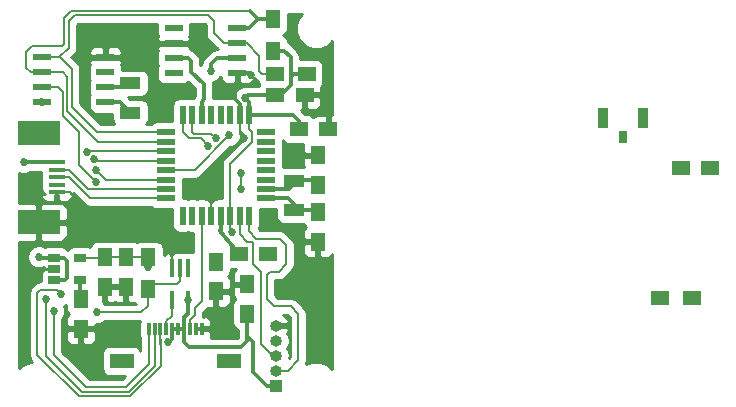
<source format=gtl>
G04 #@! TF.FileFunction,Copper,L1,Top,Signal*
%FSLAX46Y46*%
G04 Gerber Fmt 4.6, Leading zero omitted, Abs format (unit mm)*
G04 Created by KiCad (PCBNEW 4.0.5) date 05/03/17 20:46:55*
%MOMM*%
%LPD*%
G01*
G04 APERTURE LIST*
%ADD10C,0.100000*%
%ADD11R,1.250000X1.500000*%
%ADD12R,1.500000X1.250000*%
%ADD13R,3.600000X2.000000*%
%ADD14R,1.380000X0.400000*%
%ADD15R,1.000000X1.000000*%
%ADD16O,1.000000X1.000000*%
%ADD17R,0.300000X1.000000*%
%ADD18R,2.000000X1.300000*%
%ADD19R,1.500000X1.300000*%
%ADD20R,1.300000X1.500000*%
%ADD21R,0.900000X1.700000*%
%ADD22R,0.800000X1.100000*%
%ADD23R,1.060000X0.650000*%
%ADD24R,1.600000X0.550000*%
%ADD25R,0.550000X1.600000*%
%ADD26R,1.550000X0.600000*%
%ADD27R,0.400000X1.500000*%
%ADD28R,1.800000X1.000000*%
%ADD29C,0.685800*%
%ADD30C,0.300000*%
%ADD31C,0.152400*%
%ADD32C,0.200000*%
%ADD33C,0.254000*%
G04 APERTURE END LIST*
D10*
D11*
X118745000Y-76220000D03*
X118745000Y-78720000D03*
D12*
X125750000Y-65024000D03*
X128250000Y-65024000D03*
X120670000Y-75565000D03*
X123170000Y-75565000D03*
X158085001Y-68257000D03*
X160585001Y-68257000D03*
D11*
X107315000Y-81895000D03*
X107315000Y-79395000D03*
X111125000Y-75839000D03*
X111125000Y-78339000D03*
X127381000Y-74529000D03*
X127381000Y-72029000D03*
X127381000Y-67203000D03*
X127381000Y-69703000D03*
D12*
X126281500Y-62103000D03*
X123781500Y-62103000D03*
D11*
X121412000Y-80625000D03*
X121412000Y-78125000D03*
X109347000Y-75839000D03*
X109347000Y-78339000D03*
D13*
X103748000Y-65288000D03*
X103748000Y-72888000D03*
D14*
X105283000Y-67818000D03*
X105283000Y-69088000D03*
X105283000Y-70358000D03*
X105283000Y-68453000D03*
X105283000Y-69723000D03*
D15*
X123825000Y-86741000D03*
D16*
X123825000Y-85471000D03*
X123825000Y-84201000D03*
X123825000Y-82931000D03*
X123825000Y-81661000D03*
D17*
X115050000Y-81923000D03*
X114550000Y-81923000D03*
X114050000Y-81923000D03*
X113550000Y-81923000D03*
X113050000Y-81923000D03*
X115550000Y-81923000D03*
X116050000Y-81923000D03*
X116550000Y-81923000D03*
X117050000Y-81923000D03*
X117550000Y-81923000D03*
D18*
X110750000Y-84623000D03*
X119850000Y-84623000D03*
D19*
X156355001Y-79307000D03*
X159055001Y-79307000D03*
X126445000Y-60325000D03*
X123745000Y-60325000D03*
D20*
X123571000Y-58373000D03*
X123571000Y-55673000D03*
X113030000Y-75866000D03*
X113030000Y-78566000D03*
D21*
X151486191Y-64067000D03*
X154886191Y-64067000D03*
D22*
X153186191Y-65707000D03*
D23*
X105072000Y-75885000D03*
X105072000Y-76835000D03*
X105072000Y-77785000D03*
X107272000Y-77785000D03*
X107272000Y-75885000D03*
D24*
X122995000Y-70872000D03*
X122995000Y-70072000D03*
X122995000Y-69272000D03*
X122995000Y-68472000D03*
X122995000Y-67672000D03*
X122995000Y-66872000D03*
X122995000Y-66072000D03*
X122995000Y-65272000D03*
D25*
X121545000Y-63822000D03*
X120745000Y-63822000D03*
X119945000Y-63822000D03*
X119145000Y-63822000D03*
X118345000Y-63822000D03*
X117545000Y-63822000D03*
X116745000Y-63822000D03*
X115945000Y-63822000D03*
D24*
X114495000Y-65272000D03*
X114495000Y-66072000D03*
X114495000Y-66872000D03*
X114495000Y-67672000D03*
X114495000Y-68472000D03*
X114495000Y-69272000D03*
X114495000Y-70072000D03*
X114495000Y-70872000D03*
D25*
X115945000Y-72322000D03*
X116745000Y-72322000D03*
X117545000Y-72322000D03*
X118345000Y-72322000D03*
X119145000Y-72322000D03*
X119945000Y-72322000D03*
X120745000Y-72322000D03*
X121545000Y-72322000D03*
D26*
X115156000Y-56451500D03*
X115156000Y-57721500D03*
X115156000Y-58991500D03*
X115156000Y-60261500D03*
X120556000Y-60261500D03*
X120556000Y-58991500D03*
X120556000Y-57721500D03*
X120556000Y-56451500D03*
X109380000Y-62738000D03*
X109380000Y-61468000D03*
X109380000Y-60198000D03*
X109380000Y-58928000D03*
X103980000Y-58928000D03*
X103980000Y-60198000D03*
X103980000Y-61468000D03*
X103980000Y-62738000D03*
D27*
X116347000Y-76775000D03*
X115697000Y-76775000D03*
X115047000Y-76775000D03*
X115047000Y-79435000D03*
X116347000Y-79435000D03*
D28*
X125349000Y-71862000D03*
X125349000Y-69362000D03*
X111506000Y-63607000D03*
X111506000Y-61107000D03*
D29*
X118300500Y-60071000D03*
X121221500Y-62357000D03*
X114681000Y-83058000D03*
X118745000Y-76220000D03*
X120078500Y-73723500D03*
X113030000Y-76708000D03*
X103980000Y-62738000D03*
X116347000Y-79435000D03*
X121729500Y-60452000D03*
X113157000Y-57277000D03*
X127381000Y-76327000D03*
X111125000Y-78339000D03*
X121158000Y-65786000D03*
X115062000Y-75311000D03*
X123170000Y-75565000D03*
X103251000Y-77216000D03*
X108966000Y-81788000D03*
X118364000Y-70612000D03*
X103759000Y-75819000D03*
X102489000Y-67818000D03*
X105664000Y-78994000D03*
X108585000Y-68453000D03*
X104394000Y-79375000D03*
X107823000Y-66929000D03*
X105029000Y-80391000D03*
X108458000Y-67564000D03*
X108712000Y-80518000D03*
X108585000Y-69469000D03*
X120904000Y-70104000D03*
X120904000Y-68707000D03*
X118745000Y-65786000D03*
X118110000Y-66421000D03*
X119888000Y-65532000D03*
D30*
X123571000Y-58373000D02*
X124540000Y-58373000D01*
X125095000Y-58928000D02*
X125095000Y-60579000D01*
X124540000Y-58373000D02*
X125095000Y-58928000D01*
X120556000Y-58991500D02*
X118808500Y-58991500D01*
X118300500Y-59499500D02*
X118300500Y-60071000D01*
X118808500Y-58991500D02*
X118300500Y-59499500D01*
X123781500Y-62103000D02*
X121475500Y-62103000D01*
X121475500Y-62103000D02*
X121221500Y-62357000D01*
X123781500Y-62103000D02*
X124269500Y-62103000D01*
X124269500Y-62103000D02*
X125095000Y-61277500D01*
X125095000Y-61277500D02*
X125095000Y-60579000D01*
X125095000Y-60579000D02*
X125349000Y-60325000D01*
X125349000Y-60325000D02*
X126445000Y-60325000D01*
X121545000Y-62680500D02*
X121545000Y-63822000D01*
X121545000Y-62680500D02*
X121221500Y-62357000D01*
D31*
X119945000Y-72322000D02*
X119945000Y-67951500D01*
X119945000Y-67951500D02*
X121793000Y-66103500D01*
X121793000Y-66103500D02*
X121793000Y-65278000D01*
X121793000Y-65278000D02*
X121545000Y-65030000D01*
X121545000Y-65030000D02*
X121545000Y-63822000D01*
D30*
X115050000Y-81923000D02*
X115050000Y-82792000D01*
X114784000Y-83058000D02*
X114681000Y-83058000D01*
X115050000Y-82792000D02*
X114784000Y-83058000D01*
D31*
X119945000Y-72322000D02*
X119945000Y-73590000D01*
X119945000Y-73590000D02*
X120078500Y-73723500D01*
D30*
X116050000Y-81923000D02*
X116050000Y-80927000D01*
X116347000Y-80630000D02*
X116347000Y-79435000D01*
X116050000Y-80927000D02*
X116347000Y-80630000D01*
X116050000Y-81923000D02*
X115550000Y-81923000D01*
X115050000Y-81923000D02*
X115550000Y-81923000D01*
D31*
X113030000Y-75866000D02*
X113030000Y-76708000D01*
D30*
X123825000Y-86741000D02*
X123063000Y-86741000D01*
X121920000Y-83058000D02*
X121412000Y-82550000D01*
X121920000Y-85598000D02*
X121920000Y-83058000D01*
X123063000Y-86741000D02*
X121920000Y-85598000D01*
X125750000Y-65024000D02*
X125750000Y-64282000D01*
X125290000Y-63822000D02*
X121545000Y-63822000D01*
X125750000Y-64282000D02*
X125290000Y-63822000D01*
D32*
X107272000Y-75885000D02*
X109301000Y-75885000D01*
X109301000Y-75885000D02*
X109347000Y-75839000D01*
X109347000Y-75839000D02*
X111125000Y-75839000D01*
X113030000Y-75866000D02*
X111152000Y-75866000D01*
X111152000Y-75866000D02*
X111125000Y-75839000D01*
D30*
X121412000Y-80625000D02*
X121412000Y-82550000D01*
X121412000Y-82550000D02*
X121412000Y-82931000D01*
X116074000Y-83054000D02*
X116074000Y-81923000D01*
X116459000Y-83439000D02*
X116074000Y-83054000D01*
X120904000Y-83439000D02*
X116459000Y-83439000D01*
X121412000Y-82931000D02*
X120904000Y-83439000D01*
X120556000Y-60261500D02*
X120556000Y-61435000D01*
X120745000Y-62833000D02*
X120745000Y-63822000D01*
X120396000Y-62484000D02*
X120745000Y-62833000D01*
X120396000Y-61595000D02*
X120396000Y-62484000D01*
X120556000Y-61435000D02*
X120396000Y-61595000D01*
X120556000Y-60261500D02*
X121539000Y-60261500D01*
X121539000Y-60261500D02*
X121729500Y-60452000D01*
X115156000Y-57721500D02*
X113601500Y-57721500D01*
X113601500Y-57721500D02*
X113157000Y-57277000D01*
X117050000Y-81923000D02*
X117550000Y-81923000D01*
D31*
X127381000Y-74529000D02*
X127381000Y-76327000D01*
X120745000Y-63822000D02*
X120745000Y-65373000D01*
X120745000Y-65373000D02*
X121158000Y-65786000D01*
X115047000Y-76775000D02*
X115047000Y-75326000D01*
X115047000Y-75326000D02*
X115062000Y-75311000D01*
X105072000Y-76835000D02*
X103632000Y-76835000D01*
X103632000Y-76835000D02*
X103251000Y-77216000D01*
X107315000Y-81895000D02*
X108859000Y-81895000D01*
X108859000Y-81895000D02*
X108966000Y-81788000D01*
X105283000Y-70358000D02*
X106426000Y-70358000D01*
X106426000Y-70358000D02*
X106680000Y-70612000D01*
X118345000Y-72322000D02*
X118345000Y-70631000D01*
X118345000Y-70631000D02*
X118364000Y-70612000D01*
D30*
X120670000Y-75565000D02*
X120670000Y-75585000D01*
X120670000Y-75585000D02*
X119126000Y-73660000D01*
X119126000Y-73660000D02*
X119126000Y-73533000D01*
X119126000Y-73533000D02*
X119145000Y-73679000D01*
X119145000Y-73679000D02*
X119145000Y-72322000D01*
X107272000Y-77785000D02*
X107272000Y-79352000D01*
X107272000Y-79352000D02*
X107315000Y-79395000D01*
X125349000Y-71862000D02*
X127214000Y-71862000D01*
X127214000Y-71862000D02*
X127381000Y-72029000D01*
X122995000Y-70872000D02*
X124847000Y-70872000D01*
X124847000Y-70872000D02*
X125349000Y-71374000D01*
X125349000Y-71374000D02*
X125349000Y-71862000D01*
X125349000Y-69362000D02*
X126873000Y-69342000D01*
X126873000Y-69342000D02*
X127381000Y-69703000D01*
X122995000Y-70072000D02*
X124936000Y-70072000D01*
X124936000Y-70072000D02*
X125349000Y-69659000D01*
X125349000Y-69659000D02*
X125349000Y-69362000D01*
X105072000Y-75885000D02*
X105857000Y-75885000D01*
X105984000Y-77785000D02*
X105072000Y-77785000D01*
X106172000Y-77597000D02*
X105984000Y-77785000D01*
X106172000Y-76200000D02*
X106172000Y-77597000D01*
X105857000Y-75885000D02*
X106172000Y-76200000D01*
X105283000Y-67818000D02*
X102489000Y-67818000D01*
X103825000Y-75885000D02*
X105072000Y-75885000D01*
X103759000Y-75819000D02*
X103825000Y-75885000D01*
D31*
X105283000Y-69088000D02*
X106299000Y-69088000D01*
X108077000Y-70866000D02*
X114489000Y-70866000D01*
X106299000Y-69088000D02*
X108077000Y-70866000D01*
X114489000Y-70866000D02*
X114495000Y-70872000D01*
X105283000Y-68453000D02*
X106299000Y-68453000D01*
X107950000Y-70104000D02*
X114463000Y-70104000D01*
X106299000Y-68453000D02*
X107950000Y-70104000D01*
X114463000Y-70104000D02*
X114495000Y-70072000D01*
X121545000Y-72322000D02*
X121545000Y-73666000D01*
X124841000Y-85471000D02*
X123825000Y-85471000D01*
X125730000Y-84582000D02*
X124841000Y-85471000D01*
X125730000Y-80645000D02*
X125730000Y-84582000D01*
X125095000Y-80010000D02*
X125730000Y-80645000D01*
X123698000Y-80010000D02*
X125095000Y-80010000D01*
X123063000Y-79375000D02*
X123698000Y-80010000D01*
X123063000Y-77343000D02*
X123063000Y-79375000D01*
X123317000Y-77089000D02*
X123063000Y-77343000D01*
X124079000Y-77089000D02*
X123317000Y-77089000D01*
X124714000Y-76454000D02*
X124079000Y-77089000D01*
X124714000Y-74803000D02*
X124714000Y-76454000D01*
X124206000Y-74295000D02*
X124714000Y-74803000D01*
X122174000Y-74295000D02*
X124206000Y-74295000D01*
X121545000Y-73666000D02*
X122174000Y-74295000D01*
X122555000Y-80010000D02*
X122555000Y-82042000D01*
X120745000Y-72322000D02*
X120745000Y-73882000D01*
X120745000Y-73882000D02*
X121412000Y-74549000D01*
X121412000Y-74549000D02*
X121793000Y-74549000D01*
X121793000Y-74549000D02*
X121920000Y-74676000D01*
X121920000Y-74676000D02*
X121920000Y-76454000D01*
X121920000Y-76454000D02*
X122555000Y-77089000D01*
X122555000Y-77089000D02*
X122555000Y-80010000D01*
X123825000Y-84201000D02*
X123571000Y-84201000D01*
X123571000Y-84201000D02*
X122555000Y-83185000D01*
X122555000Y-83185000D02*
X122555000Y-82042000D01*
X122555000Y-82042000D02*
X122555000Y-81280000D01*
D32*
X115047000Y-79435000D02*
X115047000Y-80787000D01*
X114554000Y-81280000D02*
X114554000Y-81986500D01*
X115047000Y-80787000D02*
X114554000Y-81280000D01*
D31*
X114050000Y-81923000D02*
X114050000Y-83181000D01*
X114050000Y-83181000D02*
X114066000Y-83165000D01*
X114066000Y-82812000D02*
X114066000Y-83165000D01*
X114066000Y-83165000D02*
X114066000Y-85070000D01*
X107124500Y-87630000D02*
X103632000Y-84137500D01*
X111506000Y-87630000D02*
X107124500Y-87630000D01*
X114066000Y-85070000D02*
X111506000Y-87630000D01*
X114495000Y-69272000D02*
X109404000Y-69272000D01*
X103632000Y-78867000D02*
X103632000Y-84137500D01*
X103886000Y-78613000D02*
X103632000Y-78867000D01*
X105283000Y-78613000D02*
X103886000Y-78613000D01*
X105664000Y-78994000D02*
X105283000Y-78613000D01*
X109404000Y-69272000D02*
X108585000Y-68453000D01*
X114495000Y-66872000D02*
X107880000Y-66872000D01*
X113566000Y-85062000D02*
X113566000Y-81859500D01*
X111379000Y-87249000D02*
X113566000Y-85062000D01*
X107442000Y-87249000D02*
X111379000Y-87249000D01*
X104394000Y-84201000D02*
X107442000Y-87249000D01*
X104394000Y-79375000D02*
X104394000Y-84201000D01*
X107880000Y-66872000D02*
X107823000Y-66929000D01*
X114495000Y-67672000D02*
X108566000Y-67672000D01*
X113066000Y-84927000D02*
X113066000Y-81986500D01*
X111125000Y-86868000D02*
X113066000Y-84927000D01*
X107759500Y-86868000D02*
X111125000Y-86868000D01*
X105029000Y-84137500D02*
X107759500Y-86868000D01*
X105029000Y-80391000D02*
X105029000Y-84137500D01*
X108566000Y-67672000D02*
X108458000Y-67564000D01*
D32*
X116550000Y-81923000D02*
X116550000Y-81125500D01*
X116550000Y-81125500D02*
X116947000Y-80728500D01*
D31*
X116550000Y-81125500D02*
X116947000Y-80728500D01*
D32*
X116947000Y-80780000D02*
X116947000Y-80728500D01*
X116947000Y-80728500D02*
X116947000Y-80157000D01*
X117545000Y-79559000D02*
X117545000Y-72322000D01*
X116947000Y-80157000D02*
X117545000Y-79559000D01*
X120556000Y-57721500D02*
X121348500Y-57721500D01*
X122682000Y-60325000D02*
X123745000Y-60325000D01*
X122428000Y-60071000D02*
X122682000Y-60325000D01*
X122428000Y-58801000D02*
X122428000Y-60071000D01*
X121348500Y-57721500D02*
X122428000Y-58801000D01*
X118618000Y-56896000D02*
X118618000Y-55880000D01*
X119443500Y-57721500D02*
X118618000Y-56896000D01*
X120556000Y-57721500D02*
X119443500Y-57721500D01*
X118618000Y-55880000D02*
X118110000Y-55372000D01*
D31*
X103980000Y-58928000D02*
X105473500Y-58928000D01*
X106299000Y-55880000D02*
X106807000Y-55372000D01*
X106299000Y-58102500D02*
X106299000Y-55880000D01*
X105473500Y-58928000D02*
X106299000Y-58102500D01*
D32*
X118110000Y-55372000D02*
X106807000Y-55372000D01*
D31*
X114495000Y-65272000D02*
X108706000Y-65272000D01*
X108706000Y-65272000D02*
X106553000Y-63119000D01*
X106553000Y-63119000D02*
X106553000Y-59944000D01*
X106553000Y-59944000D02*
X105537000Y-58928000D01*
X105537000Y-58928000D02*
X103980000Y-58928000D01*
D30*
X121602500Y-54991000D02*
X121635500Y-54991000D01*
X121635500Y-54991000D02*
X122317500Y-55673000D01*
X120556000Y-56451500D02*
X121539000Y-56451500D01*
X121539000Y-56451500D02*
X122317500Y-55673000D01*
X122317500Y-55673000D02*
X123571000Y-55673000D01*
D31*
X103980000Y-60198000D02*
X103060500Y-60198000D01*
X105918000Y-55562500D02*
X106489500Y-54991000D01*
X105918000Y-57785000D02*
X105918000Y-55562500D01*
X105727500Y-57975500D02*
X105918000Y-57785000D01*
X103187500Y-57975500D02*
X105727500Y-57975500D01*
X102679500Y-58483500D02*
X103187500Y-57975500D01*
X102679500Y-59817000D02*
X102679500Y-58483500D01*
X103060500Y-60198000D02*
X102679500Y-59817000D01*
D32*
X121666000Y-54991000D02*
X121602500Y-54991000D01*
X121602500Y-54991000D02*
X106489500Y-54991000D01*
D31*
X114495000Y-66072000D02*
X108744000Y-66072000D01*
X108744000Y-66072000D02*
X106172000Y-63500000D01*
X106172000Y-63500000D02*
X106172000Y-60579000D01*
X106172000Y-60579000D02*
X105791000Y-60198000D01*
X105791000Y-60198000D02*
X103980000Y-60198000D01*
X103980000Y-61468000D02*
X105410000Y-61468000D01*
X113030000Y-80010000D02*
X113030000Y-78566000D01*
X112395000Y-80518000D02*
X113030000Y-80010000D01*
X108712000Y-80518000D02*
X112395000Y-80518000D01*
X107188000Y-68072000D02*
X108585000Y-69469000D01*
X107188000Y-65278000D02*
X107188000Y-68072000D01*
X105791000Y-63881000D02*
X107188000Y-65278000D01*
X105791000Y-61849000D02*
X105791000Y-63881000D01*
X105410000Y-61468000D02*
X105791000Y-61849000D01*
X115697000Y-76775000D02*
X115697000Y-77851000D01*
X115443000Y-78105000D02*
X113491000Y-78105000D01*
X115697000Y-77851000D02*
X115443000Y-78105000D01*
X113491000Y-78105000D02*
X113030000Y-78566000D01*
X116745000Y-63822000D02*
X116745000Y-65246000D01*
X120904000Y-68707000D02*
X120904000Y-70104000D01*
X118364000Y-65405000D02*
X118745000Y-65786000D01*
X116904000Y-65405000D02*
X118364000Y-65405000D01*
X116745000Y-65246000D02*
X116904000Y-65405000D01*
X115945000Y-65272000D02*
X115945000Y-63822000D01*
X116459000Y-65786000D02*
X115945000Y-65272000D01*
X117475000Y-65786000D02*
X116459000Y-65786000D01*
X118110000Y-66421000D02*
X117475000Y-65786000D01*
X114495000Y-68472000D02*
X116948000Y-68472000D01*
X116948000Y-68472000D02*
X119888000Y-65532000D01*
D30*
X117729000Y-61849000D02*
X117729000Y-61214000D01*
X117729000Y-61849000D02*
X117729000Y-62484000D01*
X117729000Y-62484000D02*
X117545000Y-62668000D01*
X117545000Y-63822000D02*
X117545000Y-62668000D01*
X116395500Y-58991500D02*
X115156000Y-58991500D01*
X116649500Y-59245500D02*
X116395500Y-58991500D01*
X116649500Y-60134500D02*
X116649500Y-59245500D01*
X117729000Y-61214000D02*
X116649500Y-60134500D01*
X109380000Y-62738000D02*
X110637000Y-62738000D01*
X110637000Y-62738000D02*
X111506000Y-63607000D01*
X109380000Y-61468000D02*
X111145000Y-61468000D01*
X111145000Y-61468000D02*
X111506000Y-61107000D01*
D33*
G36*
X106042560Y-80145000D02*
X106086838Y-80380317D01*
X106225910Y-80596441D01*
X106294006Y-80642969D01*
X106151673Y-80785302D01*
X106055000Y-81018691D01*
X106055000Y-81609250D01*
X106213750Y-81768000D01*
X107188000Y-81768000D01*
X107188000Y-81748000D01*
X107442000Y-81748000D01*
X107442000Y-81768000D01*
X108416250Y-81768000D01*
X108575000Y-81609250D01*
X108575000Y-81495781D01*
X108905663Y-81496069D01*
X109265212Y-81347507D01*
X109383726Y-81229200D01*
X112291805Y-81229200D01*
X112252560Y-81423000D01*
X112252560Y-82423000D01*
X112296838Y-82658317D01*
X112354800Y-82748392D01*
X112354800Y-83746388D01*
X112353162Y-83737683D01*
X112214090Y-83521559D01*
X112001890Y-83376569D01*
X111750000Y-83325560D01*
X109750000Y-83325560D01*
X109514683Y-83369838D01*
X109298559Y-83508910D01*
X109153569Y-83721110D01*
X109102560Y-83973000D01*
X109102560Y-85273000D01*
X109146838Y-85508317D01*
X109285910Y-85724441D01*
X109498110Y-85869431D01*
X109750000Y-85920440D01*
X111066772Y-85920440D01*
X110830412Y-86156800D01*
X108054088Y-86156800D01*
X105740200Y-83842912D01*
X105740200Y-82180750D01*
X106055000Y-82180750D01*
X106055000Y-82771309D01*
X106151673Y-83004698D01*
X106330301Y-83183327D01*
X106563690Y-83280000D01*
X107029250Y-83280000D01*
X107188000Y-83121250D01*
X107188000Y-82022000D01*
X107442000Y-82022000D01*
X107442000Y-83121250D01*
X107600750Y-83280000D01*
X108066310Y-83280000D01*
X108299699Y-83183327D01*
X108478327Y-83004698D01*
X108575000Y-82771309D01*
X108575000Y-82180750D01*
X108416250Y-82022000D01*
X107442000Y-82022000D01*
X107188000Y-82022000D01*
X106213750Y-82022000D01*
X106055000Y-82180750D01*
X105740200Y-82180750D01*
X105740200Y-81062794D01*
X105857540Y-80945659D01*
X106006730Y-80586370D01*
X106007069Y-80197337D01*
X105905776Y-79952189D01*
X106042560Y-79895671D01*
X106042560Y-80145000D01*
X106042560Y-80145000D01*
G37*
X106042560Y-80145000D02*
X106086838Y-80380317D01*
X106225910Y-80596441D01*
X106294006Y-80642969D01*
X106151673Y-80785302D01*
X106055000Y-81018691D01*
X106055000Y-81609250D01*
X106213750Y-81768000D01*
X107188000Y-81768000D01*
X107188000Y-81748000D01*
X107442000Y-81748000D01*
X107442000Y-81768000D01*
X108416250Y-81768000D01*
X108575000Y-81609250D01*
X108575000Y-81495781D01*
X108905663Y-81496069D01*
X109265212Y-81347507D01*
X109383726Y-81229200D01*
X112291805Y-81229200D01*
X112252560Y-81423000D01*
X112252560Y-82423000D01*
X112296838Y-82658317D01*
X112354800Y-82748392D01*
X112354800Y-83746388D01*
X112353162Y-83737683D01*
X112214090Y-83521559D01*
X112001890Y-83376569D01*
X111750000Y-83325560D01*
X109750000Y-83325560D01*
X109514683Y-83369838D01*
X109298559Y-83508910D01*
X109153569Y-83721110D01*
X109102560Y-83973000D01*
X109102560Y-85273000D01*
X109146838Y-85508317D01*
X109285910Y-85724441D01*
X109498110Y-85869431D01*
X109750000Y-85920440D01*
X111066772Y-85920440D01*
X110830412Y-86156800D01*
X108054088Y-86156800D01*
X105740200Y-83842912D01*
X105740200Y-82180750D01*
X106055000Y-82180750D01*
X106055000Y-82771309D01*
X106151673Y-83004698D01*
X106330301Y-83183327D01*
X106563690Y-83280000D01*
X107029250Y-83280000D01*
X107188000Y-83121250D01*
X107188000Y-82022000D01*
X107442000Y-82022000D01*
X107442000Y-83121250D01*
X107600750Y-83280000D01*
X108066310Y-83280000D01*
X108299699Y-83183327D01*
X108478327Y-83004698D01*
X108575000Y-82771309D01*
X108575000Y-82180750D01*
X108416250Y-82022000D01*
X107442000Y-82022000D01*
X107188000Y-82022000D01*
X106213750Y-82022000D01*
X106055000Y-82180750D01*
X105740200Y-82180750D01*
X105740200Y-81062794D01*
X105857540Y-80945659D01*
X106006730Y-80586370D01*
X106007069Y-80197337D01*
X105905776Y-79952189D01*
X106042560Y-79895671D01*
X106042560Y-80145000D01*
G36*
X123801560Y-72362000D02*
X123845838Y-72597317D01*
X123984910Y-72813441D01*
X124197110Y-72958431D01*
X124449000Y-73009440D01*
X126151920Y-73009440D01*
X126152838Y-73014317D01*
X126291910Y-73230441D01*
X126360006Y-73276969D01*
X126217673Y-73419302D01*
X126121000Y-73652691D01*
X126121000Y-74243250D01*
X126279750Y-74402000D01*
X127254000Y-74402000D01*
X127254000Y-74382000D01*
X127508000Y-74382000D01*
X127508000Y-74402000D01*
X127528000Y-74402000D01*
X127528000Y-74656000D01*
X127508000Y-74656000D01*
X127508000Y-75755250D01*
X127666750Y-75914000D01*
X128132310Y-75914000D01*
X128365699Y-75817327D01*
X128544327Y-75638698D01*
X128584000Y-75542919D01*
X128584000Y-85300018D01*
X128238082Y-84953496D01*
X127600627Y-84688801D01*
X126910401Y-84688199D01*
X126340660Y-84923612D01*
X126387063Y-84854165D01*
X126441200Y-84582000D01*
X126441200Y-80645000D01*
X126387063Y-80372836D01*
X126354657Y-80324337D01*
X126232895Y-80142106D01*
X125597894Y-79507106D01*
X125367165Y-79352937D01*
X125095000Y-79298800D01*
X123992589Y-79298800D01*
X123774200Y-79080412D01*
X123774200Y-77800200D01*
X124079000Y-77800200D01*
X124351165Y-77746063D01*
X124581894Y-77591894D01*
X125216895Y-76956894D01*
X125371063Y-76726164D01*
X125425200Y-76454000D01*
X125425200Y-74814750D01*
X126121000Y-74814750D01*
X126121000Y-75405309D01*
X126217673Y-75638698D01*
X126396301Y-75817327D01*
X126629690Y-75914000D01*
X127095250Y-75914000D01*
X127254000Y-75755250D01*
X127254000Y-74656000D01*
X126279750Y-74656000D01*
X126121000Y-74814750D01*
X125425200Y-74814750D01*
X125425200Y-74803000D01*
X125371063Y-74530836D01*
X125286204Y-74403835D01*
X125216894Y-74300105D01*
X124708894Y-73792106D01*
X124478165Y-73637937D01*
X124206000Y-73583800D01*
X122468589Y-73583800D01*
X122352396Y-73467608D01*
X122416431Y-73373890D01*
X122467440Y-73122000D01*
X122467440Y-71794440D01*
X123795000Y-71794440D01*
X123801560Y-71793206D01*
X123801560Y-72362000D01*
X123801560Y-72362000D01*
G37*
X123801560Y-72362000D02*
X123845838Y-72597317D01*
X123984910Y-72813441D01*
X124197110Y-72958431D01*
X124449000Y-73009440D01*
X126151920Y-73009440D01*
X126152838Y-73014317D01*
X126291910Y-73230441D01*
X126360006Y-73276969D01*
X126217673Y-73419302D01*
X126121000Y-73652691D01*
X126121000Y-74243250D01*
X126279750Y-74402000D01*
X127254000Y-74402000D01*
X127254000Y-74382000D01*
X127508000Y-74382000D01*
X127508000Y-74402000D01*
X127528000Y-74402000D01*
X127528000Y-74656000D01*
X127508000Y-74656000D01*
X127508000Y-75755250D01*
X127666750Y-75914000D01*
X128132310Y-75914000D01*
X128365699Y-75817327D01*
X128544327Y-75638698D01*
X128584000Y-75542919D01*
X128584000Y-85300018D01*
X128238082Y-84953496D01*
X127600627Y-84688801D01*
X126910401Y-84688199D01*
X126340660Y-84923612D01*
X126387063Y-84854165D01*
X126441200Y-84582000D01*
X126441200Y-80645000D01*
X126387063Y-80372836D01*
X126354657Y-80324337D01*
X126232895Y-80142106D01*
X125597894Y-79507106D01*
X125367165Y-79352937D01*
X125095000Y-79298800D01*
X123992589Y-79298800D01*
X123774200Y-79080412D01*
X123774200Y-77800200D01*
X124079000Y-77800200D01*
X124351165Y-77746063D01*
X124581894Y-77591894D01*
X125216895Y-76956894D01*
X125371063Y-76726164D01*
X125425200Y-76454000D01*
X125425200Y-74814750D01*
X126121000Y-74814750D01*
X126121000Y-75405309D01*
X126217673Y-75638698D01*
X126396301Y-75817327D01*
X126629690Y-75914000D01*
X127095250Y-75914000D01*
X127254000Y-75755250D01*
X127254000Y-74656000D01*
X126279750Y-74656000D01*
X126121000Y-74814750D01*
X125425200Y-74814750D01*
X125425200Y-74803000D01*
X125371063Y-74530836D01*
X125286204Y-74403835D01*
X125216894Y-74300105D01*
X124708894Y-73792106D01*
X124478165Y-73637937D01*
X124206000Y-73583800D01*
X122468589Y-73583800D01*
X122352396Y-73467608D01*
X122416431Y-73373890D01*
X122467440Y-73122000D01*
X122467440Y-71794440D01*
X123795000Y-71794440D01*
X123801560Y-71793206D01*
X123801560Y-72362000D01*
G36*
X103945560Y-68653000D02*
X103968481Y-68774814D01*
X103945560Y-68888000D01*
X103945560Y-69288000D01*
X103968481Y-69409814D01*
X103945560Y-69523000D01*
X103945560Y-69923000D01*
X103963509Y-70018391D01*
X103958000Y-70031691D01*
X103958000Y-70099250D01*
X103983527Y-70124777D01*
X103989838Y-70158317D01*
X104128910Y-70374441D01*
X104251203Y-70458000D01*
X104116750Y-70458000D01*
X103958000Y-70616750D01*
X103958000Y-70684309D01*
X104054673Y-70917698D01*
X104233301Y-71096327D01*
X104466690Y-71193000D01*
X104997250Y-71193000D01*
X105156000Y-71034250D01*
X105156000Y-70570440D01*
X105410000Y-70570440D01*
X105410000Y-71034250D01*
X105568750Y-71193000D01*
X106099310Y-71193000D01*
X106332699Y-71096327D01*
X106511327Y-70917698D01*
X106608000Y-70684309D01*
X106608000Y-70616750D01*
X106476252Y-70485002D01*
X106608000Y-70485002D01*
X106608000Y-70402788D01*
X107574106Y-71368895D01*
X107804836Y-71523063D01*
X108077000Y-71577200D01*
X113217242Y-71577200D01*
X113230910Y-71598441D01*
X113443110Y-71743431D01*
X113695000Y-71794440D01*
X115022560Y-71794440D01*
X115022560Y-73122000D01*
X115066838Y-73357317D01*
X115205910Y-73573441D01*
X115418110Y-73718431D01*
X115670000Y-73769440D01*
X116220000Y-73769440D01*
X116349589Y-73745056D01*
X116470000Y-73769440D01*
X116810000Y-73769440D01*
X116810000Y-75436160D01*
X116798890Y-75428569D01*
X116547000Y-75377560D01*
X116147000Y-75377560D01*
X116017411Y-75401944D01*
X115897000Y-75377560D01*
X115497000Y-75377560D01*
X115391295Y-75397450D01*
X115373310Y-75390000D01*
X115305750Y-75390000D01*
X115276746Y-75419004D01*
X115261683Y-75421838D01*
X115045559Y-75560910D01*
X114947000Y-75705156D01*
X114947000Y-75548750D01*
X114788250Y-75390000D01*
X114720690Y-75390000D01*
X114487301Y-75486673D01*
X114327440Y-75646535D01*
X114327440Y-75116000D01*
X114283162Y-74880683D01*
X114144090Y-74664559D01*
X113931890Y-74519569D01*
X113680000Y-74468560D01*
X112380000Y-74468560D01*
X112144683Y-74512838D01*
X112086423Y-74550328D01*
X112001890Y-74492569D01*
X111750000Y-74441560D01*
X110500000Y-74441560D01*
X110264683Y-74485838D01*
X110238602Y-74502621D01*
X110223890Y-74492569D01*
X109972000Y-74441560D01*
X108722000Y-74441560D01*
X108486683Y-74485838D01*
X108270559Y-74624910D01*
X108125569Y-74837110D01*
X108094361Y-74991221D01*
X108053890Y-74963569D01*
X107802000Y-74912560D01*
X106742000Y-74912560D01*
X106506683Y-74956838D01*
X106290559Y-75095910D01*
X106218873Y-75200825D01*
X106157407Y-75159755D01*
X106090465Y-75146439D01*
X106066090Y-75108559D01*
X105853890Y-74963569D01*
X105602000Y-74912560D01*
X104542000Y-74912560D01*
X104306683Y-74956838D01*
X104277662Y-74975513D01*
X103954370Y-74841270D01*
X103565337Y-74840931D01*
X103205788Y-74989493D01*
X102930460Y-75264341D01*
X102781270Y-75623630D01*
X102780931Y-76012663D01*
X102929493Y-76372212D01*
X103204341Y-76647540D01*
X103563630Y-76796730D01*
X103952663Y-76797069D01*
X104154408Y-76713710D01*
X104290110Y-76806431D01*
X104427120Y-76834176D01*
X104306683Y-76856838D01*
X104143257Y-76962000D01*
X104065750Y-76962000D01*
X103907000Y-77120750D01*
X103907000Y-77286310D01*
X103922268Y-77323171D01*
X103894560Y-77460000D01*
X103894560Y-77901800D01*
X103886000Y-77901800D01*
X103658990Y-77946955D01*
X103613835Y-77955937D01*
X103383105Y-78110106D01*
X103129106Y-78364106D01*
X102974937Y-78594835D01*
X102942593Y-78757440D01*
X102920800Y-78867000D01*
X102920800Y-84137500D01*
X102974937Y-84409665D01*
X103129106Y-84640394D01*
X103177035Y-84688323D01*
X103034401Y-84688199D01*
X102396485Y-84951781D01*
X102108000Y-85239763D01*
X102108000Y-74523000D01*
X103462250Y-74523000D01*
X103621000Y-74364250D01*
X103621000Y-73015000D01*
X103875000Y-73015000D01*
X103875000Y-74364250D01*
X104033750Y-74523000D01*
X105674310Y-74523000D01*
X105907699Y-74426327D01*
X106086327Y-74247698D01*
X106183000Y-74014309D01*
X106183000Y-73173750D01*
X106024250Y-73015000D01*
X103875000Y-73015000D01*
X103621000Y-73015000D01*
X103601000Y-73015000D01*
X103601000Y-72761000D01*
X103621000Y-72761000D01*
X103621000Y-71411750D01*
X103875000Y-71411750D01*
X103875000Y-72761000D01*
X106024250Y-72761000D01*
X106183000Y-72602250D01*
X106183000Y-71761691D01*
X106086327Y-71528302D01*
X105907699Y-71349673D01*
X105674310Y-71253000D01*
X104033750Y-71253000D01*
X103875000Y-71411750D01*
X103621000Y-71411750D01*
X103462250Y-71253000D01*
X102108000Y-71253000D01*
X102108000Y-68718650D01*
X102293630Y-68795730D01*
X102682663Y-68796069D01*
X103042212Y-68647507D01*
X103086797Y-68603000D01*
X103945560Y-68603000D01*
X103945560Y-68653000D01*
X103945560Y-68653000D01*
G37*
X103945560Y-68653000D02*
X103968481Y-68774814D01*
X103945560Y-68888000D01*
X103945560Y-69288000D01*
X103968481Y-69409814D01*
X103945560Y-69523000D01*
X103945560Y-69923000D01*
X103963509Y-70018391D01*
X103958000Y-70031691D01*
X103958000Y-70099250D01*
X103983527Y-70124777D01*
X103989838Y-70158317D01*
X104128910Y-70374441D01*
X104251203Y-70458000D01*
X104116750Y-70458000D01*
X103958000Y-70616750D01*
X103958000Y-70684309D01*
X104054673Y-70917698D01*
X104233301Y-71096327D01*
X104466690Y-71193000D01*
X104997250Y-71193000D01*
X105156000Y-71034250D01*
X105156000Y-70570440D01*
X105410000Y-70570440D01*
X105410000Y-71034250D01*
X105568750Y-71193000D01*
X106099310Y-71193000D01*
X106332699Y-71096327D01*
X106511327Y-70917698D01*
X106608000Y-70684309D01*
X106608000Y-70616750D01*
X106476252Y-70485002D01*
X106608000Y-70485002D01*
X106608000Y-70402788D01*
X107574106Y-71368895D01*
X107804836Y-71523063D01*
X108077000Y-71577200D01*
X113217242Y-71577200D01*
X113230910Y-71598441D01*
X113443110Y-71743431D01*
X113695000Y-71794440D01*
X115022560Y-71794440D01*
X115022560Y-73122000D01*
X115066838Y-73357317D01*
X115205910Y-73573441D01*
X115418110Y-73718431D01*
X115670000Y-73769440D01*
X116220000Y-73769440D01*
X116349589Y-73745056D01*
X116470000Y-73769440D01*
X116810000Y-73769440D01*
X116810000Y-75436160D01*
X116798890Y-75428569D01*
X116547000Y-75377560D01*
X116147000Y-75377560D01*
X116017411Y-75401944D01*
X115897000Y-75377560D01*
X115497000Y-75377560D01*
X115391295Y-75397450D01*
X115373310Y-75390000D01*
X115305750Y-75390000D01*
X115276746Y-75419004D01*
X115261683Y-75421838D01*
X115045559Y-75560910D01*
X114947000Y-75705156D01*
X114947000Y-75548750D01*
X114788250Y-75390000D01*
X114720690Y-75390000D01*
X114487301Y-75486673D01*
X114327440Y-75646535D01*
X114327440Y-75116000D01*
X114283162Y-74880683D01*
X114144090Y-74664559D01*
X113931890Y-74519569D01*
X113680000Y-74468560D01*
X112380000Y-74468560D01*
X112144683Y-74512838D01*
X112086423Y-74550328D01*
X112001890Y-74492569D01*
X111750000Y-74441560D01*
X110500000Y-74441560D01*
X110264683Y-74485838D01*
X110238602Y-74502621D01*
X110223890Y-74492569D01*
X109972000Y-74441560D01*
X108722000Y-74441560D01*
X108486683Y-74485838D01*
X108270559Y-74624910D01*
X108125569Y-74837110D01*
X108094361Y-74991221D01*
X108053890Y-74963569D01*
X107802000Y-74912560D01*
X106742000Y-74912560D01*
X106506683Y-74956838D01*
X106290559Y-75095910D01*
X106218873Y-75200825D01*
X106157407Y-75159755D01*
X106090465Y-75146439D01*
X106066090Y-75108559D01*
X105853890Y-74963569D01*
X105602000Y-74912560D01*
X104542000Y-74912560D01*
X104306683Y-74956838D01*
X104277662Y-74975513D01*
X103954370Y-74841270D01*
X103565337Y-74840931D01*
X103205788Y-74989493D01*
X102930460Y-75264341D01*
X102781270Y-75623630D01*
X102780931Y-76012663D01*
X102929493Y-76372212D01*
X103204341Y-76647540D01*
X103563630Y-76796730D01*
X103952663Y-76797069D01*
X104154408Y-76713710D01*
X104290110Y-76806431D01*
X104427120Y-76834176D01*
X104306683Y-76856838D01*
X104143257Y-76962000D01*
X104065750Y-76962000D01*
X103907000Y-77120750D01*
X103907000Y-77286310D01*
X103922268Y-77323171D01*
X103894560Y-77460000D01*
X103894560Y-77901800D01*
X103886000Y-77901800D01*
X103658990Y-77946955D01*
X103613835Y-77955937D01*
X103383105Y-78110106D01*
X103129106Y-78364106D01*
X102974937Y-78594835D01*
X102942593Y-78757440D01*
X102920800Y-78867000D01*
X102920800Y-84137500D01*
X102974937Y-84409665D01*
X103129106Y-84640394D01*
X103177035Y-84688323D01*
X103034401Y-84688199D01*
X102396485Y-84951781D01*
X102108000Y-85239763D01*
X102108000Y-74523000D01*
X103462250Y-74523000D01*
X103621000Y-74364250D01*
X103621000Y-73015000D01*
X103875000Y-73015000D01*
X103875000Y-74364250D01*
X104033750Y-74523000D01*
X105674310Y-74523000D01*
X105907699Y-74426327D01*
X106086327Y-74247698D01*
X106183000Y-74014309D01*
X106183000Y-73173750D01*
X106024250Y-73015000D01*
X103875000Y-73015000D01*
X103621000Y-73015000D01*
X103601000Y-73015000D01*
X103601000Y-72761000D01*
X103621000Y-72761000D01*
X103621000Y-71411750D01*
X103875000Y-71411750D01*
X103875000Y-72761000D01*
X106024250Y-72761000D01*
X106183000Y-72602250D01*
X106183000Y-71761691D01*
X106086327Y-71528302D01*
X105907699Y-71349673D01*
X105674310Y-71253000D01*
X104033750Y-71253000D01*
X103875000Y-71411750D01*
X103621000Y-71411750D01*
X103462250Y-71253000D01*
X102108000Y-71253000D01*
X102108000Y-68718650D01*
X102293630Y-68795730D01*
X102682663Y-68796069D01*
X103042212Y-68647507D01*
X103086797Y-68603000D01*
X103945560Y-68603000D01*
X103945560Y-68653000D01*
G36*
X125018800Y-80939589D02*
X125018800Y-84287412D01*
X124951701Y-84354511D01*
X124982236Y-84201000D01*
X124895839Y-83766654D01*
X124761766Y-83566000D01*
X124895839Y-83365346D01*
X124982236Y-82931000D01*
X124895839Y-82496654D01*
X124755549Y-82286696D01*
X124812127Y-82221209D01*
X124919119Y-81962874D01*
X124792954Y-81788000D01*
X123952000Y-81788000D01*
X123952000Y-81808000D01*
X123907564Y-81808000D01*
X123847236Y-81796000D01*
X123802764Y-81796000D01*
X123742436Y-81808000D01*
X123698000Y-81808000D01*
X123698000Y-81788000D01*
X123678000Y-81788000D01*
X123678000Y-81534000D01*
X123698000Y-81534000D01*
X123698000Y-81514000D01*
X123952000Y-81514000D01*
X123952000Y-81534000D01*
X124792954Y-81534000D01*
X124919119Y-81359126D01*
X124812127Y-81100791D01*
X124522604Y-80765677D01*
X124434073Y-80721200D01*
X124800412Y-80721200D01*
X125018800Y-80939589D01*
X125018800Y-80939589D01*
G37*
X125018800Y-80939589D02*
X125018800Y-84287412D01*
X124951701Y-84354511D01*
X124982236Y-84201000D01*
X124895839Y-83766654D01*
X124761766Y-83566000D01*
X124895839Y-83365346D01*
X124982236Y-82931000D01*
X124895839Y-82496654D01*
X124755549Y-82286696D01*
X124812127Y-82221209D01*
X124919119Y-81962874D01*
X124792954Y-81788000D01*
X123952000Y-81788000D01*
X123952000Y-81808000D01*
X123907564Y-81808000D01*
X123847236Y-81796000D01*
X123802764Y-81796000D01*
X123742436Y-81808000D01*
X123698000Y-81808000D01*
X123698000Y-81788000D01*
X123678000Y-81788000D01*
X123678000Y-81534000D01*
X123698000Y-81534000D01*
X123698000Y-81514000D01*
X123952000Y-81514000D01*
X123952000Y-81534000D01*
X124792954Y-81534000D01*
X124919119Y-81359126D01*
X124812127Y-81100791D01*
X124522604Y-80765677D01*
X124434073Y-80721200D01*
X124800412Y-80721200D01*
X125018800Y-80939589D01*
G36*
X120248673Y-77015302D02*
X120152000Y-77248691D01*
X120152000Y-77839250D01*
X120310750Y-77998000D01*
X121285000Y-77998000D01*
X121285000Y-77978000D01*
X121539000Y-77978000D01*
X121539000Y-77998000D01*
X121559000Y-77998000D01*
X121559000Y-78252000D01*
X121539000Y-78252000D01*
X121539000Y-78272000D01*
X121285000Y-78272000D01*
X121285000Y-78252000D01*
X120310750Y-78252000D01*
X120152000Y-78410750D01*
X120152000Y-79001309D01*
X120248673Y-79234698D01*
X120389910Y-79375936D01*
X120335559Y-79410910D01*
X120190569Y-79623110D01*
X120139560Y-79875000D01*
X120139560Y-81375000D01*
X120183838Y-81610317D01*
X120322910Y-81826441D01*
X120535110Y-81971431D01*
X120627000Y-81990039D01*
X120627000Y-82605843D01*
X120578842Y-82654000D01*
X118291636Y-82654000D01*
X118335000Y-82549310D01*
X118335000Y-82208750D01*
X118176250Y-82050000D01*
X117403000Y-82050000D01*
X117403000Y-81796000D01*
X118176250Y-81796000D01*
X118335000Y-81637250D01*
X118335000Y-81296690D01*
X118238327Y-81063301D01*
X118059698Y-80884673D01*
X117826309Y-80788000D01*
X117783750Y-80788000D01*
X117677002Y-80894748D01*
X117677002Y-80805126D01*
X117682000Y-80780000D01*
X117682000Y-80461446D01*
X118038447Y-80105000D01*
X118459250Y-80105000D01*
X118618000Y-79946250D01*
X118618000Y-78847000D01*
X118872000Y-78847000D01*
X118872000Y-79946250D01*
X119030750Y-80105000D01*
X119496310Y-80105000D01*
X119729699Y-80008327D01*
X119908327Y-79829698D01*
X120005000Y-79596309D01*
X120005000Y-79005750D01*
X119846250Y-78847000D01*
X118872000Y-78847000D01*
X118618000Y-78847000D01*
X118598000Y-78847000D01*
X118598000Y-78593000D01*
X118618000Y-78593000D01*
X118618000Y-78573000D01*
X118872000Y-78573000D01*
X118872000Y-78593000D01*
X119846250Y-78593000D01*
X120005000Y-78434250D01*
X120005000Y-77843691D01*
X119908327Y-77610302D01*
X119767090Y-77469064D01*
X119821441Y-77434090D01*
X119966431Y-77221890D01*
X120017440Y-76970000D01*
X120017440Y-76837440D01*
X120426534Y-76837440D01*
X120248673Y-77015302D01*
X120248673Y-77015302D01*
G37*
X120248673Y-77015302D02*
X120152000Y-77248691D01*
X120152000Y-77839250D01*
X120310750Y-77998000D01*
X121285000Y-77998000D01*
X121285000Y-77978000D01*
X121539000Y-77978000D01*
X121539000Y-77998000D01*
X121559000Y-77998000D01*
X121559000Y-78252000D01*
X121539000Y-78252000D01*
X121539000Y-78272000D01*
X121285000Y-78272000D01*
X121285000Y-78252000D01*
X120310750Y-78252000D01*
X120152000Y-78410750D01*
X120152000Y-79001309D01*
X120248673Y-79234698D01*
X120389910Y-79375936D01*
X120335559Y-79410910D01*
X120190569Y-79623110D01*
X120139560Y-79875000D01*
X120139560Y-81375000D01*
X120183838Y-81610317D01*
X120322910Y-81826441D01*
X120535110Y-81971431D01*
X120627000Y-81990039D01*
X120627000Y-82605843D01*
X120578842Y-82654000D01*
X118291636Y-82654000D01*
X118335000Y-82549310D01*
X118335000Y-82208750D01*
X118176250Y-82050000D01*
X117403000Y-82050000D01*
X117403000Y-81796000D01*
X118176250Y-81796000D01*
X118335000Y-81637250D01*
X118335000Y-81296690D01*
X118238327Y-81063301D01*
X118059698Y-80884673D01*
X117826309Y-80788000D01*
X117783750Y-80788000D01*
X117677002Y-80894748D01*
X117677002Y-80805126D01*
X117682000Y-80780000D01*
X117682000Y-80461446D01*
X118038447Y-80105000D01*
X118459250Y-80105000D01*
X118618000Y-79946250D01*
X118618000Y-78847000D01*
X118872000Y-78847000D01*
X118872000Y-79946250D01*
X119030750Y-80105000D01*
X119496310Y-80105000D01*
X119729699Y-80008327D01*
X119908327Y-79829698D01*
X120005000Y-79596309D01*
X120005000Y-79005750D01*
X119846250Y-78847000D01*
X118872000Y-78847000D01*
X118618000Y-78847000D01*
X118598000Y-78847000D01*
X118598000Y-78593000D01*
X118618000Y-78593000D01*
X118618000Y-78573000D01*
X118872000Y-78573000D01*
X118872000Y-78593000D01*
X119846250Y-78593000D01*
X120005000Y-78434250D01*
X120005000Y-77843691D01*
X119908327Y-77610302D01*
X119767090Y-77469064D01*
X119821441Y-77434090D01*
X119966431Y-77221890D01*
X120017440Y-76970000D01*
X120017440Y-76837440D01*
X120426534Y-76837440D01*
X120248673Y-77015302D01*
G36*
X109474000Y-78212000D02*
X110998000Y-78212000D01*
X110998000Y-78192000D01*
X111252000Y-78192000D01*
X111252000Y-78212000D01*
X111272000Y-78212000D01*
X111272000Y-78466000D01*
X111252000Y-78466000D01*
X111252000Y-79565250D01*
X111410750Y-79724000D01*
X111876310Y-79724000D01*
X111885506Y-79720191D01*
X111915910Y-79767441D01*
X111973514Y-79806800D01*
X109383794Y-79806800D01*
X109266659Y-79689460D01*
X109145924Y-79639326D01*
X109220000Y-79565250D01*
X109220000Y-78466000D01*
X109474000Y-78466000D01*
X109474000Y-79565250D01*
X109632750Y-79724000D01*
X110098310Y-79724000D01*
X110236000Y-79666967D01*
X110373690Y-79724000D01*
X110839250Y-79724000D01*
X110998000Y-79565250D01*
X110998000Y-78466000D01*
X109474000Y-78466000D01*
X109220000Y-78466000D01*
X109200000Y-78466000D01*
X109200000Y-78212000D01*
X109220000Y-78212000D01*
X109220000Y-78192000D01*
X109474000Y-78192000D01*
X109474000Y-78212000D01*
X109474000Y-78212000D01*
G37*
X109474000Y-78212000D02*
X110998000Y-78212000D01*
X110998000Y-78192000D01*
X111252000Y-78192000D01*
X111252000Y-78212000D01*
X111272000Y-78212000D01*
X111272000Y-78466000D01*
X111252000Y-78466000D01*
X111252000Y-79565250D01*
X111410750Y-79724000D01*
X111876310Y-79724000D01*
X111885506Y-79720191D01*
X111915910Y-79767441D01*
X111973514Y-79806800D01*
X109383794Y-79806800D01*
X109266659Y-79689460D01*
X109145924Y-79639326D01*
X109220000Y-79565250D01*
X109220000Y-78466000D01*
X109474000Y-78466000D01*
X109474000Y-79565250D01*
X109632750Y-79724000D01*
X110098310Y-79724000D01*
X110236000Y-79666967D01*
X110373690Y-79724000D01*
X110839250Y-79724000D01*
X110998000Y-79565250D01*
X110998000Y-78466000D01*
X109474000Y-78466000D01*
X109220000Y-78466000D01*
X109200000Y-78466000D01*
X109200000Y-78212000D01*
X109220000Y-78212000D01*
X109220000Y-78192000D01*
X109474000Y-78192000D01*
X109474000Y-78212000D01*
G36*
X123297000Y-75438000D02*
X123317000Y-75438000D01*
X123317000Y-75692000D01*
X123297000Y-75692000D01*
X123297000Y-75712000D01*
X123043000Y-75712000D01*
X123043000Y-75692000D01*
X123023000Y-75692000D01*
X123023000Y-75438000D01*
X123043000Y-75438000D01*
X123043000Y-75418000D01*
X123297000Y-75418000D01*
X123297000Y-75438000D01*
X123297000Y-75438000D01*
G37*
X123297000Y-75438000D02*
X123317000Y-75438000D01*
X123317000Y-75692000D01*
X123297000Y-75692000D01*
X123297000Y-75712000D01*
X123043000Y-75712000D01*
X123043000Y-75692000D01*
X123023000Y-75692000D01*
X123023000Y-75438000D01*
X123043000Y-75438000D01*
X123043000Y-75418000D01*
X123297000Y-75418000D01*
X123297000Y-75438000D01*
G36*
X120887937Y-65302165D02*
X121042106Y-65532894D01*
X121081800Y-65572588D01*
X121081800Y-65808911D01*
X119442106Y-67448606D01*
X119287937Y-67679335D01*
X119263968Y-67799835D01*
X119233800Y-67951500D01*
X119233800Y-70874560D01*
X118870000Y-70874560D01*
X118764295Y-70894450D01*
X118746310Y-70887000D01*
X118630750Y-70887000D01*
X118534349Y-70983401D01*
X118418559Y-71057910D01*
X118345116Y-71165397D01*
X118284090Y-71070559D01*
X118153755Y-70981505D01*
X118059250Y-70887000D01*
X117943690Y-70887000D01*
X117923247Y-70895468D01*
X117820000Y-70874560D01*
X117270000Y-70874560D01*
X117140411Y-70898944D01*
X117020000Y-70874560D01*
X116470000Y-70874560D01*
X116340411Y-70898944D01*
X116220000Y-70874560D01*
X115942440Y-70874560D01*
X115942440Y-70597000D01*
X115918056Y-70467411D01*
X115942440Y-70347000D01*
X115942440Y-69797000D01*
X115918056Y-69667411D01*
X115942440Y-69547000D01*
X115942440Y-69183200D01*
X116948000Y-69183200D01*
X117220165Y-69129063D01*
X117450894Y-68974894D01*
X119915863Y-66509925D01*
X120081663Y-66510069D01*
X120441212Y-66361507D01*
X120716540Y-66086659D01*
X120865730Y-65727370D01*
X120866069Y-65338337D01*
X120832461Y-65257000D01*
X120872002Y-65257000D01*
X120872002Y-65222054D01*
X120887937Y-65302165D01*
X120887937Y-65302165D01*
G37*
X120887937Y-65302165D02*
X121042106Y-65532894D01*
X121081800Y-65572588D01*
X121081800Y-65808911D01*
X119442106Y-67448606D01*
X119287937Y-67679335D01*
X119263968Y-67799835D01*
X119233800Y-67951500D01*
X119233800Y-70874560D01*
X118870000Y-70874560D01*
X118764295Y-70894450D01*
X118746310Y-70887000D01*
X118630750Y-70887000D01*
X118534349Y-70983401D01*
X118418559Y-71057910D01*
X118345116Y-71165397D01*
X118284090Y-71070559D01*
X118153755Y-70981505D01*
X118059250Y-70887000D01*
X117943690Y-70887000D01*
X117923247Y-70895468D01*
X117820000Y-70874560D01*
X117270000Y-70874560D01*
X117140411Y-70898944D01*
X117020000Y-70874560D01*
X116470000Y-70874560D01*
X116340411Y-70898944D01*
X116220000Y-70874560D01*
X115942440Y-70874560D01*
X115942440Y-70597000D01*
X115918056Y-70467411D01*
X115942440Y-70347000D01*
X115942440Y-69797000D01*
X115918056Y-69667411D01*
X115942440Y-69547000D01*
X115942440Y-69183200D01*
X116948000Y-69183200D01*
X117220165Y-69129063D01*
X117450894Y-68974894D01*
X119915863Y-66509925D01*
X120081663Y-66510069D01*
X120441212Y-66361507D01*
X120716540Y-66086659D01*
X120865730Y-65727370D01*
X120866069Y-65338337D01*
X120832461Y-65257000D01*
X120872002Y-65257000D01*
X120872002Y-65222054D01*
X120887937Y-65302165D01*
G36*
X124535910Y-66100441D02*
X124748110Y-66245431D01*
X125000000Y-66296440D01*
X126133530Y-66296440D01*
X126121000Y-66326691D01*
X126121000Y-66917250D01*
X126279750Y-67076000D01*
X127254000Y-67076000D01*
X127254000Y-67056000D01*
X127508000Y-67056000D01*
X127508000Y-67076000D01*
X127528000Y-67076000D01*
X127528000Y-67330000D01*
X127508000Y-67330000D01*
X127508000Y-67350000D01*
X127254000Y-67350000D01*
X127254000Y-67330000D01*
X126279750Y-67330000D01*
X126121000Y-67488750D01*
X126121000Y-68079309D01*
X126177023Y-68214560D01*
X124449000Y-68214560D01*
X124442440Y-68215794D01*
X124442440Y-68197000D01*
X124418056Y-68067411D01*
X124442440Y-67947000D01*
X124442440Y-67397000D01*
X124418056Y-67267411D01*
X124442440Y-67147000D01*
X124442440Y-66597000D01*
X124418056Y-66467411D01*
X124442440Y-66347000D01*
X124442440Y-65955185D01*
X124535910Y-66100441D01*
X124535910Y-66100441D01*
G37*
X124535910Y-66100441D02*
X124748110Y-66245431D01*
X125000000Y-66296440D01*
X126133530Y-66296440D01*
X126121000Y-66326691D01*
X126121000Y-66917250D01*
X126279750Y-67076000D01*
X127254000Y-67076000D01*
X127254000Y-67056000D01*
X127508000Y-67056000D01*
X127508000Y-67076000D01*
X127528000Y-67076000D01*
X127528000Y-67330000D01*
X127508000Y-67330000D01*
X127508000Y-67350000D01*
X127254000Y-67350000D01*
X127254000Y-67330000D01*
X126279750Y-67330000D01*
X126121000Y-67488750D01*
X126121000Y-68079309D01*
X126177023Y-68214560D01*
X124449000Y-68214560D01*
X124442440Y-68215794D01*
X124442440Y-68197000D01*
X124418056Y-68067411D01*
X124442440Y-67947000D01*
X124442440Y-67397000D01*
X124418056Y-67267411D01*
X124442440Y-67147000D01*
X124442440Y-66597000D01*
X124418056Y-66467411D01*
X124442440Y-66347000D01*
X124442440Y-65955185D01*
X124535910Y-66100441D01*
G36*
X125783996Y-55467418D02*
X125519301Y-56104873D01*
X125518699Y-56795099D01*
X125782281Y-57433015D01*
X126269918Y-57921504D01*
X126907373Y-58186199D01*
X127597599Y-58186801D01*
X128235515Y-57923219D01*
X128584000Y-57575342D01*
X128584000Y-63764000D01*
X128535750Y-63764000D01*
X128377000Y-63922750D01*
X128377000Y-64897000D01*
X128397000Y-64897000D01*
X128397000Y-65151000D01*
X128377000Y-65151000D01*
X128377000Y-65171000D01*
X128123000Y-65171000D01*
X128123000Y-65151000D01*
X128103000Y-65151000D01*
X128103000Y-64897000D01*
X128123000Y-64897000D01*
X128123000Y-63922750D01*
X127964250Y-63764000D01*
X127373691Y-63764000D01*
X127140302Y-63860673D01*
X126999064Y-64001910D01*
X126964090Y-63947559D01*
X126751890Y-63802569D01*
X126500000Y-63751560D01*
X126321542Y-63751560D01*
X126305079Y-63726921D01*
X125941158Y-63363000D01*
X125995750Y-63363000D01*
X126154500Y-63204250D01*
X126154500Y-62230000D01*
X126408500Y-62230000D01*
X126408500Y-63204250D01*
X126567250Y-63363000D01*
X127157809Y-63363000D01*
X127391198Y-63266327D01*
X127569827Y-63087699D01*
X127666500Y-62854310D01*
X127666500Y-62388750D01*
X127507750Y-62230000D01*
X126408500Y-62230000D01*
X126154500Y-62230000D01*
X126134500Y-62230000D01*
X126134500Y-61976000D01*
X126154500Y-61976000D01*
X126154500Y-61956000D01*
X126408500Y-61956000D01*
X126408500Y-61976000D01*
X127507750Y-61976000D01*
X127666500Y-61817250D01*
X127666500Y-61409733D01*
X127791431Y-61226890D01*
X127842440Y-60975000D01*
X127842440Y-59675000D01*
X127798162Y-59439683D01*
X127659090Y-59223559D01*
X127446890Y-59078569D01*
X127195000Y-59027560D01*
X125880000Y-59027560D01*
X125880000Y-58928005D01*
X125880001Y-58928000D01*
X125820245Y-58627594D01*
X125805412Y-58605395D01*
X125650079Y-58372921D01*
X125650076Y-58372919D01*
X125095079Y-57817921D01*
X124868440Y-57666486D01*
X124868440Y-57623000D01*
X124824162Y-57387683D01*
X124685090Y-57171559D01*
X124472890Y-57026569D01*
X124459803Y-57023919D01*
X124672441Y-56887090D01*
X124817431Y-56674890D01*
X124868440Y-56423000D01*
X124868440Y-55245000D01*
X126006803Y-55245000D01*
X125783996Y-55467418D01*
X125783996Y-55467418D01*
G37*
X125783996Y-55467418D02*
X125519301Y-56104873D01*
X125518699Y-56795099D01*
X125782281Y-57433015D01*
X126269918Y-57921504D01*
X126907373Y-58186199D01*
X127597599Y-58186801D01*
X128235515Y-57923219D01*
X128584000Y-57575342D01*
X128584000Y-63764000D01*
X128535750Y-63764000D01*
X128377000Y-63922750D01*
X128377000Y-64897000D01*
X128397000Y-64897000D01*
X128397000Y-65151000D01*
X128377000Y-65151000D01*
X128377000Y-65171000D01*
X128123000Y-65171000D01*
X128123000Y-65151000D01*
X128103000Y-65151000D01*
X128103000Y-64897000D01*
X128123000Y-64897000D01*
X128123000Y-63922750D01*
X127964250Y-63764000D01*
X127373691Y-63764000D01*
X127140302Y-63860673D01*
X126999064Y-64001910D01*
X126964090Y-63947559D01*
X126751890Y-63802569D01*
X126500000Y-63751560D01*
X126321542Y-63751560D01*
X126305079Y-63726921D01*
X125941158Y-63363000D01*
X125995750Y-63363000D01*
X126154500Y-63204250D01*
X126154500Y-62230000D01*
X126408500Y-62230000D01*
X126408500Y-63204250D01*
X126567250Y-63363000D01*
X127157809Y-63363000D01*
X127391198Y-63266327D01*
X127569827Y-63087699D01*
X127666500Y-62854310D01*
X127666500Y-62388750D01*
X127507750Y-62230000D01*
X126408500Y-62230000D01*
X126154500Y-62230000D01*
X126134500Y-62230000D01*
X126134500Y-61976000D01*
X126154500Y-61976000D01*
X126154500Y-61956000D01*
X126408500Y-61956000D01*
X126408500Y-61976000D01*
X127507750Y-61976000D01*
X127666500Y-61817250D01*
X127666500Y-61409733D01*
X127791431Y-61226890D01*
X127842440Y-60975000D01*
X127842440Y-59675000D01*
X127798162Y-59439683D01*
X127659090Y-59223559D01*
X127446890Y-59078569D01*
X127195000Y-59027560D01*
X125880000Y-59027560D01*
X125880000Y-58928005D01*
X125880001Y-58928000D01*
X125820245Y-58627594D01*
X125805412Y-58605395D01*
X125650079Y-58372921D01*
X125650076Y-58372919D01*
X125095079Y-57817921D01*
X124868440Y-57666486D01*
X124868440Y-57623000D01*
X124824162Y-57387683D01*
X124685090Y-57171559D01*
X124472890Y-57026569D01*
X124459803Y-57023919D01*
X124672441Y-56887090D01*
X124817431Y-56674890D01*
X124868440Y-56423000D01*
X124868440Y-55245000D01*
X126006803Y-55245000D01*
X125783996Y-55467418D01*
G36*
X113733560Y-56151500D02*
X113733560Y-56751500D01*
X113777838Y-56986817D01*
X113836178Y-57077480D01*
X113746000Y-57295190D01*
X113746000Y-57435750D01*
X113904750Y-57594500D01*
X115029000Y-57594500D01*
X115029000Y-57574500D01*
X115283000Y-57574500D01*
X115283000Y-57594500D01*
X116407250Y-57594500D01*
X116566000Y-57435750D01*
X116566000Y-57295190D01*
X116476194Y-57078378D01*
X116527431Y-57003390D01*
X116578440Y-56751500D01*
X116578440Y-56151500D01*
X116570067Y-56107000D01*
X117805554Y-56107000D01*
X117883000Y-56184447D01*
X117883000Y-56896000D01*
X117917699Y-57070440D01*
X117938949Y-57177272D01*
X118098277Y-57415723D01*
X118889053Y-58206500D01*
X118808500Y-58206500D01*
X118508094Y-58266255D01*
X118253421Y-58436421D01*
X118253419Y-58436424D01*
X117745421Y-58944421D01*
X117575255Y-59199093D01*
X117529147Y-59430894D01*
X117522108Y-59466281D01*
X117471960Y-59516341D01*
X117434500Y-59606555D01*
X117434500Y-59245500D01*
X117374745Y-58945094D01*
X117374745Y-58945093D01*
X117204579Y-58690421D01*
X116950579Y-58436421D01*
X116695907Y-58266255D01*
X116530562Y-58233366D01*
X116566000Y-58147810D01*
X116566000Y-58007250D01*
X116407250Y-57848500D01*
X115283000Y-57848500D01*
X115283000Y-57868500D01*
X115029000Y-57868500D01*
X115029000Y-57848500D01*
X113904750Y-57848500D01*
X113746000Y-58007250D01*
X113746000Y-58147810D01*
X113835806Y-58364622D01*
X113784569Y-58439610D01*
X113733560Y-58691500D01*
X113733560Y-59291500D01*
X113777838Y-59526817D01*
X113841678Y-59626028D01*
X113784569Y-59709610D01*
X113733560Y-59961500D01*
X113733560Y-60561500D01*
X113777838Y-60796817D01*
X113916910Y-61012941D01*
X114129110Y-61157931D01*
X114381000Y-61208940D01*
X115931000Y-61208940D01*
X116166317Y-61164662D01*
X116382441Y-61025590D01*
X116401922Y-60997079D01*
X116944000Y-61539157D01*
X116944000Y-62181647D01*
X116819755Y-62367593D01*
X116818369Y-62374560D01*
X116470000Y-62374560D01*
X116340411Y-62398944D01*
X116220000Y-62374560D01*
X115670000Y-62374560D01*
X115434683Y-62418838D01*
X115218559Y-62557910D01*
X115073569Y-62770110D01*
X115022560Y-63022000D01*
X115022560Y-64349560D01*
X113695000Y-64349560D01*
X113459683Y-64393838D01*
X113243559Y-64532910D01*
X113224503Y-64560800D01*
X112864472Y-64560800D01*
X113002431Y-64358890D01*
X113053440Y-64107000D01*
X113053440Y-63107000D01*
X113009162Y-62871683D01*
X112870090Y-62655559D01*
X112657890Y-62510569D01*
X112406000Y-62459560D01*
X111468718Y-62459560D01*
X111263598Y-62254440D01*
X112406000Y-62254440D01*
X112641317Y-62210162D01*
X112857441Y-62071090D01*
X113002431Y-61858890D01*
X113053440Y-61607000D01*
X113053440Y-60607000D01*
X113009162Y-60371683D01*
X112870090Y-60155559D01*
X112657890Y-60010569D01*
X112406000Y-59959560D01*
X110802440Y-59959560D01*
X110802440Y-59898000D01*
X110758162Y-59662683D01*
X110699822Y-59572020D01*
X110790000Y-59354310D01*
X110790000Y-59213750D01*
X110631250Y-59055000D01*
X109507000Y-59055000D01*
X109507000Y-59075000D01*
X109253000Y-59075000D01*
X109253000Y-59055000D01*
X108128750Y-59055000D01*
X107970000Y-59213750D01*
X107970000Y-59354310D01*
X108059806Y-59571122D01*
X108008569Y-59646110D01*
X107957560Y-59898000D01*
X107957560Y-60498000D01*
X108001838Y-60733317D01*
X108065678Y-60832528D01*
X108008569Y-60916110D01*
X107957560Y-61168000D01*
X107957560Y-61768000D01*
X108001838Y-62003317D01*
X108065678Y-62102528D01*
X108008569Y-62186110D01*
X107957560Y-62438000D01*
X107957560Y-63038000D01*
X108001838Y-63273317D01*
X108140910Y-63489441D01*
X108353110Y-63634431D01*
X108605000Y-63685440D01*
X109958560Y-63685440D01*
X109958560Y-64107000D01*
X110002838Y-64342317D01*
X110141910Y-64558441D01*
X110145363Y-64560800D01*
X109000588Y-64560800D01*
X107264200Y-62824412D01*
X107264200Y-59944000D01*
X107210063Y-59671835D01*
X107055894Y-59441106D01*
X106511038Y-58896250D01*
X106801894Y-58605395D01*
X106871187Y-58501690D01*
X107970000Y-58501690D01*
X107970000Y-58642250D01*
X108128750Y-58801000D01*
X109253000Y-58801000D01*
X109253000Y-58151750D01*
X109507000Y-58151750D01*
X109507000Y-58801000D01*
X110631250Y-58801000D01*
X110790000Y-58642250D01*
X110790000Y-58501690D01*
X110693327Y-58268301D01*
X110514698Y-58089673D01*
X110281309Y-57993000D01*
X109665750Y-57993000D01*
X109507000Y-58151750D01*
X109253000Y-58151750D01*
X109094250Y-57993000D01*
X108478691Y-57993000D01*
X108245302Y-58089673D01*
X108066673Y-58268301D01*
X107970000Y-58501690D01*
X106871187Y-58501690D01*
X106956063Y-58374665D01*
X106974639Y-58281277D01*
X107010200Y-58102500D01*
X107010200Y-56174588D01*
X107077789Y-56107000D01*
X113742571Y-56107000D01*
X113733560Y-56151500D01*
X113733560Y-56151500D01*
G37*
X113733560Y-56151500D02*
X113733560Y-56751500D01*
X113777838Y-56986817D01*
X113836178Y-57077480D01*
X113746000Y-57295190D01*
X113746000Y-57435750D01*
X113904750Y-57594500D01*
X115029000Y-57594500D01*
X115029000Y-57574500D01*
X115283000Y-57574500D01*
X115283000Y-57594500D01*
X116407250Y-57594500D01*
X116566000Y-57435750D01*
X116566000Y-57295190D01*
X116476194Y-57078378D01*
X116527431Y-57003390D01*
X116578440Y-56751500D01*
X116578440Y-56151500D01*
X116570067Y-56107000D01*
X117805554Y-56107000D01*
X117883000Y-56184447D01*
X117883000Y-56896000D01*
X117917699Y-57070440D01*
X117938949Y-57177272D01*
X118098277Y-57415723D01*
X118889053Y-58206500D01*
X118808500Y-58206500D01*
X118508094Y-58266255D01*
X118253421Y-58436421D01*
X118253419Y-58436424D01*
X117745421Y-58944421D01*
X117575255Y-59199093D01*
X117529147Y-59430894D01*
X117522108Y-59466281D01*
X117471960Y-59516341D01*
X117434500Y-59606555D01*
X117434500Y-59245500D01*
X117374745Y-58945094D01*
X117374745Y-58945093D01*
X117204579Y-58690421D01*
X116950579Y-58436421D01*
X116695907Y-58266255D01*
X116530562Y-58233366D01*
X116566000Y-58147810D01*
X116566000Y-58007250D01*
X116407250Y-57848500D01*
X115283000Y-57848500D01*
X115283000Y-57868500D01*
X115029000Y-57868500D01*
X115029000Y-57848500D01*
X113904750Y-57848500D01*
X113746000Y-58007250D01*
X113746000Y-58147810D01*
X113835806Y-58364622D01*
X113784569Y-58439610D01*
X113733560Y-58691500D01*
X113733560Y-59291500D01*
X113777838Y-59526817D01*
X113841678Y-59626028D01*
X113784569Y-59709610D01*
X113733560Y-59961500D01*
X113733560Y-60561500D01*
X113777838Y-60796817D01*
X113916910Y-61012941D01*
X114129110Y-61157931D01*
X114381000Y-61208940D01*
X115931000Y-61208940D01*
X116166317Y-61164662D01*
X116382441Y-61025590D01*
X116401922Y-60997079D01*
X116944000Y-61539157D01*
X116944000Y-62181647D01*
X116819755Y-62367593D01*
X116818369Y-62374560D01*
X116470000Y-62374560D01*
X116340411Y-62398944D01*
X116220000Y-62374560D01*
X115670000Y-62374560D01*
X115434683Y-62418838D01*
X115218559Y-62557910D01*
X115073569Y-62770110D01*
X115022560Y-63022000D01*
X115022560Y-64349560D01*
X113695000Y-64349560D01*
X113459683Y-64393838D01*
X113243559Y-64532910D01*
X113224503Y-64560800D01*
X112864472Y-64560800D01*
X113002431Y-64358890D01*
X113053440Y-64107000D01*
X113053440Y-63107000D01*
X113009162Y-62871683D01*
X112870090Y-62655559D01*
X112657890Y-62510569D01*
X112406000Y-62459560D01*
X111468718Y-62459560D01*
X111263598Y-62254440D01*
X112406000Y-62254440D01*
X112641317Y-62210162D01*
X112857441Y-62071090D01*
X113002431Y-61858890D01*
X113053440Y-61607000D01*
X113053440Y-60607000D01*
X113009162Y-60371683D01*
X112870090Y-60155559D01*
X112657890Y-60010569D01*
X112406000Y-59959560D01*
X110802440Y-59959560D01*
X110802440Y-59898000D01*
X110758162Y-59662683D01*
X110699822Y-59572020D01*
X110790000Y-59354310D01*
X110790000Y-59213750D01*
X110631250Y-59055000D01*
X109507000Y-59055000D01*
X109507000Y-59075000D01*
X109253000Y-59075000D01*
X109253000Y-59055000D01*
X108128750Y-59055000D01*
X107970000Y-59213750D01*
X107970000Y-59354310D01*
X108059806Y-59571122D01*
X108008569Y-59646110D01*
X107957560Y-59898000D01*
X107957560Y-60498000D01*
X108001838Y-60733317D01*
X108065678Y-60832528D01*
X108008569Y-60916110D01*
X107957560Y-61168000D01*
X107957560Y-61768000D01*
X108001838Y-62003317D01*
X108065678Y-62102528D01*
X108008569Y-62186110D01*
X107957560Y-62438000D01*
X107957560Y-63038000D01*
X108001838Y-63273317D01*
X108140910Y-63489441D01*
X108353110Y-63634431D01*
X108605000Y-63685440D01*
X109958560Y-63685440D01*
X109958560Y-64107000D01*
X110002838Y-64342317D01*
X110141910Y-64558441D01*
X110145363Y-64560800D01*
X109000588Y-64560800D01*
X107264200Y-62824412D01*
X107264200Y-59944000D01*
X107210063Y-59671835D01*
X107055894Y-59441106D01*
X106511038Y-58896250D01*
X106801894Y-58605395D01*
X106871187Y-58501690D01*
X107970000Y-58501690D01*
X107970000Y-58642250D01*
X108128750Y-58801000D01*
X109253000Y-58801000D01*
X109253000Y-58151750D01*
X109507000Y-58151750D01*
X109507000Y-58801000D01*
X110631250Y-58801000D01*
X110790000Y-58642250D01*
X110790000Y-58501690D01*
X110693327Y-58268301D01*
X110514698Y-58089673D01*
X110281309Y-57993000D01*
X109665750Y-57993000D01*
X109507000Y-58151750D01*
X109253000Y-58151750D01*
X109094250Y-57993000D01*
X108478691Y-57993000D01*
X108245302Y-58089673D01*
X108066673Y-58268301D01*
X107970000Y-58501690D01*
X106871187Y-58501690D01*
X106956063Y-58374665D01*
X106974639Y-58281277D01*
X107010200Y-58102500D01*
X107010200Y-56174588D01*
X107077789Y-56107000D01*
X113742571Y-56107000D01*
X113733560Y-56151500D01*
G36*
X120683000Y-60134500D02*
X120703000Y-60134500D01*
X120703000Y-60388500D01*
X120683000Y-60388500D01*
X120683000Y-61037750D01*
X120841750Y-61196500D01*
X121457309Y-61196500D01*
X121690698Y-61099827D01*
X121869327Y-60921199D01*
X121966000Y-60687810D01*
X121966000Y-60648446D01*
X122162276Y-60844723D01*
X122347560Y-60968525D01*
X122347560Y-60975000D01*
X122391838Y-61210317D01*
X122427153Y-61265199D01*
X122416461Y-61318000D01*
X121475500Y-61318000D01*
X121175093Y-61377755D01*
X121173143Y-61379058D01*
X121027837Y-61378931D01*
X120668288Y-61527493D01*
X120392960Y-61802341D01*
X120243770Y-62161630D01*
X120243580Y-62379335D01*
X120220000Y-62374560D01*
X119670000Y-62374560D01*
X119540411Y-62398944D01*
X119420000Y-62374560D01*
X118870000Y-62374560D01*
X118740411Y-62398944D01*
X118620000Y-62374560D01*
X118514000Y-62374560D01*
X118514000Y-61214005D01*
X118514001Y-61214000D01*
X118481191Y-61049058D01*
X118494163Y-61049069D01*
X118853712Y-60900507D01*
X119129040Y-60625659D01*
X119146000Y-60584815D01*
X119146000Y-60687810D01*
X119242673Y-60921199D01*
X119421302Y-61099827D01*
X119654691Y-61196500D01*
X120270250Y-61196500D01*
X120429000Y-61037750D01*
X120429000Y-60388500D01*
X120409000Y-60388500D01*
X120409000Y-60134500D01*
X120429000Y-60134500D01*
X120429000Y-60114500D01*
X120683000Y-60114500D01*
X120683000Y-60134500D01*
X120683000Y-60134500D01*
G37*
X120683000Y-60134500D02*
X120703000Y-60134500D01*
X120703000Y-60388500D01*
X120683000Y-60388500D01*
X120683000Y-61037750D01*
X120841750Y-61196500D01*
X121457309Y-61196500D01*
X121690698Y-61099827D01*
X121869327Y-60921199D01*
X121966000Y-60687810D01*
X121966000Y-60648446D01*
X122162276Y-60844723D01*
X122347560Y-60968525D01*
X122347560Y-60975000D01*
X122391838Y-61210317D01*
X122427153Y-61265199D01*
X122416461Y-61318000D01*
X121475500Y-61318000D01*
X121175093Y-61377755D01*
X121173143Y-61379058D01*
X121027837Y-61378931D01*
X120668288Y-61527493D01*
X120392960Y-61802341D01*
X120243770Y-62161630D01*
X120243580Y-62379335D01*
X120220000Y-62374560D01*
X119670000Y-62374560D01*
X119540411Y-62398944D01*
X119420000Y-62374560D01*
X118870000Y-62374560D01*
X118740411Y-62398944D01*
X118620000Y-62374560D01*
X118514000Y-62374560D01*
X118514000Y-61214005D01*
X118514001Y-61214000D01*
X118481191Y-61049058D01*
X118494163Y-61049069D01*
X118853712Y-60900507D01*
X119129040Y-60625659D01*
X119146000Y-60584815D01*
X119146000Y-60687810D01*
X119242673Y-60921199D01*
X119421302Y-61099827D01*
X119654691Y-61196500D01*
X120270250Y-61196500D01*
X120429000Y-61037750D01*
X120429000Y-60388500D01*
X120409000Y-60388500D01*
X120409000Y-60134500D01*
X120429000Y-60134500D01*
X120429000Y-60114500D01*
X120683000Y-60114500D01*
X120683000Y-60134500D01*
M02*

</source>
